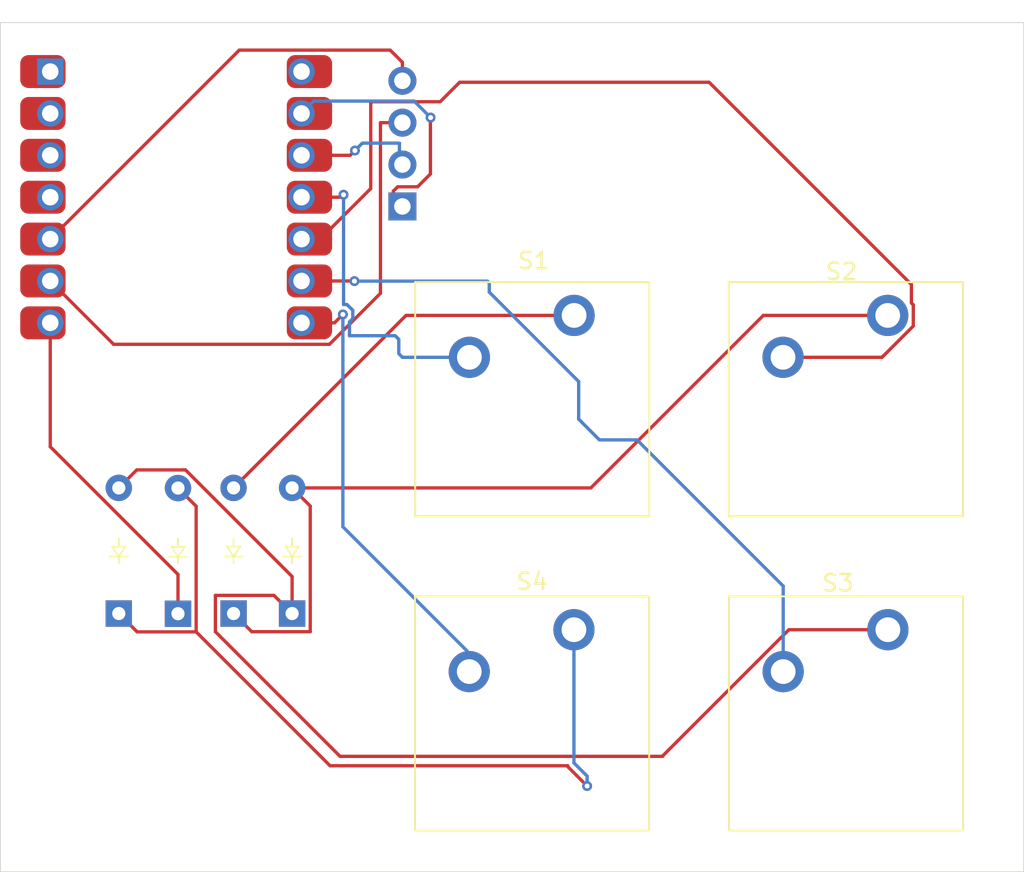
<source format=kicad_pcb>
(kicad_pcb (version 20241229) (generator "pcbnew") (generator_version "9.0")
  (layers (0 "F.Cu" signal) (2 "B.Cu" signal) (13 "F.Paste" user) (15 "B.Paste" user) (5 "F.SilkS" user "F.Silkscreen") (7 "B.SilkS" user "B.Silkscreen") (1 "F.Mask" user) (3 "B.Mask" user) (25 "Edge.Cuts" user))
  (net 0 "")
  (net 1 "Net-(D1-K)")
  (net 2 "Net-(D1-A)")
  (net 3 "Net-(D2-K)")
  (net 4 "Net-(D3-K)")
  (net 5 "Net-(D4-K)")
  (net 6 "Net-(J1-VCC)")
  (net 7 "GND")
  (net 8 "Net-(J1-SCL)")
  (net 9 "Net-(J1-SDA)")
  (net 10 "Net-(U2-PA6_A10_D10_MOSI)")
  (net 11 "Net-(U2-PA5_A9_D9_MISO)")
  (net 12 "Net-(U2-PA7_A8_D8_SCK)")
  (net 13 "Net-(U2-PB09_A7_D7_RX)")
  (footprint "ScottoKeebs_MCU:Seeed_XIAO_RP2040" (layer "F.Cu") (at 142.3525 56.65)
    (property "Reference" "U2" (hide yes))
    (property "Value" "MCU_Seeed_XIAO_RP2040")
    (pad "1" smd roundrect (at -8.065 -7.62) (size 2.75 2) (layers "F.Cu" "F.Mask" "F.Paste"))
    (pad "1" thru_hole rect (at -7.62 -7.62 90) (size 1.6 1.6) (drill 1) (layers "*.Cu" "*.Mask"))
    (pad "2" smd roundrect (at -8.065 -5.08) (size 2.75 2) (layers "F.Cu" "F.Mask" "F.Paste"))
    (pad "2" thru_hole circle (at -7.62 -5.08 90) (size 1.6 1.6) (drill 1) (layers "*.Cu" "*.Mask"))
    (pad "3" smd roundrect (at -8.065 -2.54) (size 2.75 2) (layers "F.Cu" "F.Mask" "F.Paste"))
    (pad "3" thru_hole circle (at -7.62 -2.54 90) (size 1.6 1.6) (drill 1) (layers "*.Cu" "*.Mask"))
    (pad "4" smd roundrect (at -8.065 0) (size 2.75 2) (layers "F.Cu" "F.Mask" "F.Paste"))
    (pad "4" thru_hole circle (at -7.62 0 90) (size 1.6 1.6) (drill 1) (layers "*.Cu" "*.Mask"))
    (pad "5" smd roundrect (at -8.065 2.54) (size 2.75 2) (layers "F.Cu" "F.Mask" "F.Paste") (net 9 "Net-(J1-SDA)"))
    (pad "5" thru_hole circle (at -7.62 2.54 90) (size 1.6 1.6) (drill 1) (layers "*.Cu" "*.Mask") (net 9 "Net-(J1-SDA)"))
    (pad "6" smd roundrect (at -8.065 5.08) (size 2.75 2) (layers "F.Cu" "F.Mask" "F.Paste") (net 8 "Net-(J1-SCL)"))
    (pad "6" thru_hole circle (at -7.62 5.08 90) (size 1.6 1.6) (drill 1) (layers "*.Cu" "*.Mask") (net 8 "Net-(J1-SCL)"))
    (pad "7" smd roundrect (at -8.065 7.62) (size 2.75 2) (layers "F.Cu" "F.Mask" "F.Paste") (net 5 "Net-(D4-K)"))
    (pad "7" thru_hole circle (at -7.62 7.62 90) (size 1.6 1.6) (drill 1) (layers "*.Cu" "*.Mask") (net 5 "Net-(D4-K)"))
    (pad "8" thru_hole circle (at 7.62 7.62 90) (size 1.6 1.6) (drill 1) (layers "*.Cu" "*.Mask") (net 13 "Net-(U2-PB09_A7_D7_RX)"))
    (pad "8" smd roundrect (at 8.1 7.62) (size 2.75 2) (layers "F.Cu" "F.Mask" "F.Paste") (net 13 "Net-(U2-PB09_A7_D7_RX)"))
    (pad "9" thru_hole circle (at 7.62 5.08 90) (size 1.6 1.6) (drill 1) (layers "*.Cu" "*.Mask") (net 12 "Net-(U2-PA7_A8_D8_SCK)"))
    (pad "9" smd roundrect (at 8.1 5.08) (size 2.75 2) (layers "F.Cu" "F.Mask" "F.Paste") (net 12 "Net-(U2-PA7_A8_D8_SCK)"))
    (pad "10" thru_hole circle (at 7.62 2.54 90) (size 1.6 1.6) (drill 1) (layers "*.Cu" "*.Mask") (net 11 "Net-(U2-PA5_A9_D9_MISO)"))
    (pad "10" smd roundrect (at 8.1 2.54) (size 2.75 2) (layers "F.Cu" "F.Mask" "F.Paste") (net 11 "Net-(U2-PA5_A9_D9_MISO)"))
    (pad "11" thru_hole circle (at 7.62 0 90) (size 1.6 1.6) (drill 1) (layers "*.Cu" "*.Mask") (net 10 "Net-(U2-PA6_A10_D10_MOSI)"))
    (pad "11" smd roundrect (at 8.1 0) (size 2.75 2) (layers "F.Cu" "F.Mask" "F.Paste") (net 10 "Net-(U2-PA6_A10_D10_MOSI)"))
    (pad "12" thru_hole circle (at 7.62 -2.54 90) (size 1.6 1.6) (drill 1) (layers "*.Cu" "*.Mask") (net 6 "Net-(J1-VCC)"))
    (pad "12" smd roundrect (at 8.1 -2.54) (size 2.75 2) (layers "F.Cu" "F.Mask" "F.Paste") (net 6 "Net-(J1-VCC)"))
    (pad "13" thru_hole circle (at 7.62 -5.08 90) (size 1.6 1.6) (drill 1) (layers "*.Cu" "*.Mask") (net 7 "GND"))
    (pad "13" smd roundrect (at 8.1 -5.08) (size 2.75 2) (layers "F.Cu" "F.Mask" "F.Paste") (net 7 "GND"))
    (pad "14" thru_hole circle (at 7.62 -7.62 90) (size 1.6 1.6) (drill 1) (layers "*.Cu" "*.Mask"))
    (pad "14" smd roundrect (at 8.1 -7.62) (size 2.75 2) (layers "F.Cu" "F.Mask" "F.Paste"))
  )
  (footprint "ScottoKeebs_Components:Diode_DO-35" (layer "F.Cu") (at 145.85 81.9 90)
    (property "Reference" "D1" (hide yes))
    (property "Value" "~" (hide yes))
    (fp_line (start 3.46 -0.55) (end 3.46 0.55) (stroke (width 0.1)) (layer "F.SilkS"))
    (fp_line (start 4.06 -0.4) (end 4.06 0.4) (stroke (width 0.1)) (layer "F.SilkS"))
    (fp_line (start 4.06 0) (end 4.56 0) (stroke (width 0.1)) (layer "F.SilkS"))
    (fp_line (start 3.46 0) (end 4.06 -0.4) (stroke (width 0.1)) (layer "F.SilkS"))
    (fp_line (start 3.06 0) (end 3.46 0) (stroke (width 0.1)) (layer "F.SilkS"))
    (fp_line (start 4.06 0.4) (end 3.46 0) (stroke (width 0.1)) (layer "F.SilkS"))
    (pad "1" thru_hole rect (at 0 0 90) (size 1.6 1.6) (drill 0.8) (layers "*.Cu" "*.Mask") (net 1 "Net-(D1-K)"))
    (pad "2" thru_hole oval (at 7.62 0 90) (size 1.6 1.6) (drill 0.8) (layers "*.Cu" "*.Mask") (net 2 "Net-(D1-A)"))
  )
  (footprint "ScottoKeebs_Components:Diode_DO-35" (layer "F.Cu") (at 149.4 81.9 90)
    (property "Reference" "D2" (hide yes))
    (property "Value" "~" (hide yes))
    (fp_line (start 3.46 -0.55) (end 3.46 0.55) (stroke (width 0.1)) (layer "F.SilkS"))
    (fp_line (start 4.06 -0.4) (end 4.06 0.4) (stroke (width 0.1)) (layer "F.SilkS"))
    (fp_line (start 4.06 0) (end 4.56 0) (stroke (width 0.1)) (layer "F.SilkS"))
    (fp_line (start 3.46 0) (end 4.06 -0.4) (stroke (width 0.1)) (layer "F.SilkS"))
    (fp_line (start 3.06 0) (end 3.46 0) (stroke (width 0.1)) (layer "F.SilkS"))
    (fp_line (start 4.06 0.4) (end 3.46 0) (stroke (width 0.1)) (layer "F.SilkS"))
    (pad "1" thru_hole rect (at 0 0 90) (size 1.6 1.6) (drill 0.8) (layers "*.Cu" "*.Mask") (net 3 "Net-(D2-K)"))
    (pad "2" thru_hole oval (at 7.62 0 90) (size 1.6 1.6) (drill 0.8) (layers "*.Cu" "*.Mask") (net 1 "Net-(D1-K)"))
  )
  (footprint "ScottoKeebs_MX:MX_PCB_1.00u" (layer "F.Cu") (at 182.983446 68.9)
    (property "Reference" "S2" (at -0.27 -7.74 0) (layer "F.SilkS"))
    (property "Value" "~")
    (fp_line (start -7.1 -7.1) (end -7.1 7.1) (stroke (width 0.12)) (layer "F.SilkS"))
    (fp_line (start -7.1 7.1) (end 7.1 7.1) (stroke (width 0.12)) (layer "F.SilkS"))
    (fp_line (start 7.1 -7.1) (end -7.1 -7.1) (stroke (width 0.12)) (layer "F.SilkS"))
    (fp_line (start 7.1 7.1) (end 7.1 -7.1) (stroke (width 0.12)) (layer "F.SilkS"))
    (pad "" np_thru_hole circle (at -5.08 0) (size 1.75 1.75) (drill 1.75) (layers "*.Cu" "*.Mask"))
    (pad "" np_thru_hole circle (at 0 0) (size 4 4) (drill 4) (layers "*.Cu" "*.Mask"))
    (pad "" np_thru_hole circle (at 5.08 0) (size 1.75 1.75) (drill 1.75) (layers "*.Cu" "*.Mask"))
    (pad "1" thru_hole circle (at -3.81 -2.54) (size 2.5 2.5) (drill 1.5) (layers "*.Cu" "*.Mask") (net 11 "Net-(U2-PA5_A9_D9_MISO)"))
    (pad "2" thru_hole circle (at 2.54 -5.08) (size 2.5 2.5) (drill 1.5) (layers "*.Cu" "*.Mask") (net 1 "Net-(D1-K)"))
  )
  (footprint "ScottoKeebs_Components:Diode_DO-35" (layer "F.Cu") (at 142.48 81.91 90)
    (property "Reference" "D4" (hide yes))
    (property "Value" "~" (hide yes))
    (fp_line (start 3.46 -0.55) (end 3.46 0.55) (stroke (width 0.1)) (layer "F.SilkS"))
    (fp_line (start 4.06 -0.4) (end 4.06 0.4) (stroke (width 0.1)) (layer "F.SilkS"))
    (fp_line (start 4.06 0) (end 4.56 0) (stroke (width 0.1)) (layer "F.SilkS"))
    (fp_line (start 3.46 0) (end 4.06 -0.4) (stroke (width 0.1)) (layer "F.SilkS"))
    (fp_line (start 3.06 0) (end 3.46 0) (stroke (width 0.1)) (layer "F.SilkS"))
    (fp_line (start 4.06 0.4) (end 3.46 0) (stroke (width 0.1)) (layer "F.SilkS"))
    (pad "1" thru_hole rect (at 0 0 90) (size 1.6 1.6) (drill 0.8) (layers "*.Cu" "*.Mask") (net 5 "Net-(D4-K)"))
    (pad "2" thru_hole oval (at 7.62 0 90) (size 1.6 1.6) (drill 0.8) (layers "*.Cu" "*.Mask") (net 4 "Net-(D3-K)"))
  )
  (footprint "ScottoKeebs_Components:OLED_128x32" (layer "F.Cu") (at 154.49 47.41)
    (property "Reference" "J1" (hide yes))
    (property "Value" "OLED_128x32")
    (pad "1" thru_hole rect (at 1.6 9.8 180) (size 1.7 1.7) (drill 1) (layers "*.Cu" "*.Mask") (net 7 "GND"))
    (pad "2" thru_hole oval (at 1.6 7.26 180) (size 1.7 1.7) (drill 1) (layers "*.Cu" "*.Mask") (net 6 "Net-(J1-VCC)"))
    (pad "3" thru_hole oval (at 1.6 4.72 180) (size 1.7 1.7) (drill 1) (layers "*.Cu" "*.Mask") (net 8 "Net-(J1-SCL)"))
    (pad "4" thru_hole oval (at 1.6 2.18 180) (size 1.7 1.7) (drill 1) (layers "*.Cu" "*.Mask") (net 9 "Net-(J1-SDA)"))
  )
  (footprint "ScottoKeebs_Components:Diode_DO-35" (layer "F.Cu") (at 138.89 81.9 90)
    (property "Reference" "D3" (hide yes))
    (property "Value" "~" (hide yes))
    (fp_line (start 3.46 -0.55) (end 3.46 0.55) (stroke (width 0.1)) (layer "F.SilkS"))
    (fp_line (start 4.06 -0.4) (end 4.06 0.4) (stroke (width 0.1)) (layer "F.SilkS"))
    (fp_line (start 4.06 0) (end 4.56 0) (stroke (width 0.1)) (layer "F.SilkS"))
    (fp_line (start 3.46 0) (end 4.06 -0.4) (stroke (width 0.1)) (layer "F.SilkS"))
    (fp_line (start 3.06 0) (end 3.46 0) (stroke (width 0.1)) (layer "F.SilkS"))
    (fp_line (start 4.06 0.4) (end 3.46 0) (stroke (width 0.1)) (layer "F.SilkS"))
    (pad "1" thru_hole rect (at 0 0 90) (size 1.6 1.6) (drill 0.8) (layers "*.Cu" "*.Mask") (net 4 "Net-(D3-K)"))
    (pad "2" thru_hole oval (at 7.62 0 90) (size 1.6 1.6) (drill 0.8) (layers "*.Cu" "*.Mask") (net 3 "Net-(D2-K)"))
  )
  (footprint "ScottoKeebs_MX:MX_PCB_1.00u" (layer "F.Cu") (at 163.953446 87.96)
    (property "Reference" "S4" (at 0 -8 0) (layer "F.SilkS"))
    (property "Value" "~")
    (fp_line (start -7.1 -7.1) (end -7.1 7.1) (stroke (width 0.12)) (layer "F.SilkS"))
    (fp_line (start -7.1 7.1) (end 7.1 7.1) (stroke (width 0.12)) (layer "F.SilkS"))
    (fp_line (start 7.1 -7.1) (end -7.1 -7.1) (stroke (width 0.12)) (layer "F.SilkS"))
    (fp_line (start 7.1 7.1) (end 7.1 -7.1) (stroke (width 0.12)) (layer "F.SilkS"))
    (pad "" np_thru_hole circle (at -5.08 0) (size 1.75 1.75) (drill 1.75) (layers "*.Cu" "*.Mask"))
    (pad "" np_thru_hole circle (at 0 0) (size 4 4) (drill 4) (layers "*.Cu" "*.Mask"))
    (pad "" np_thru_hole circle (at 5.08 0) (size 1.75 1.75) (drill 1.75) (layers "*.Cu" "*.Mask"))
    (pad "1" thru_hole circle (at -3.81 -2.54) (size 2.5 2.5) (drill 1.5) (layers "*.Cu" "*.Mask") (net 13 "Net-(U2-PB09_A7_D7_RX)"))
    (pad "2" thru_hole circle (at 2.54 -5.08) (size 2.5 2.5) (drill 1.5) (layers "*.Cu" "*.Mask") (net 4 "Net-(D3-K)"))
  )
  (footprint "ScottoKeebs_MX:MX_PCB_1.00u" (layer "F.Cu") (at 182.993446 87.96)
    (property "Reference" "S3" (at -0.49 -7.91 0) (layer "F.SilkS"))
    (property "Value" "~")
    (fp_line (start -7.1 -7.1) (end -7.1 7.1) (stroke (width 0.12)) (layer "F.SilkS"))
    (fp_line (start -7.1 7.1) (end 7.1 7.1) (stroke (width 0.12)) (layer "F.SilkS"))
    (fp_line (start 7.1 -7.1) (end -7.1 -7.1) (stroke (width 0.12)) (layer "F.SilkS"))
    (fp_line (start 7.1 7.1) (end 7.1 -7.1) (stroke (width 0.12)) (layer "F.SilkS"))
    (pad "" np_thru_hole circle (at -5.08 0) (size 1.75 1.75) (drill 1.75) (layers "*.Cu" "*.Mask"))
    (pad "" np_thru_hole circle (at 0 0) (size 4 4) (drill 4) (layers "*.Cu" "*.Mask"))
    (pad "" np_thru_hole circle (at 5.08 0) (size 1.75 1.75) (drill 1.75) (layers "*.Cu" "*.Mask"))
    (pad "1" thru_hole circle (at -3.81 -2.54) (size 2.5 2.5) (drill 1.5) (layers "*.Cu" "*.Mask") (net 12 "Net-(U2-PA7_A8_D8_SCK)"))
    (pad "2" thru_hole circle (at 2.54 -5.08) (size 2.5 2.5) (drill 1.5) (layers "*.Cu" "*.Mask") (net 3 "Net-(D2-K)"))
  )
  (footprint "ScottoKeebs_MX:MX_PCB_1.00u" (layer "F.Cu") (at 163.963446 68.9)
    (property "Reference" "S1" (at 0.09 -8.4 0) (layer "F.SilkS"))
    (property "Value" "~")
    (fp_line (start -7.1 -7.1) (end -7.1 7.1) (stroke (width 0.12)) (layer "F.SilkS"))
    (fp_line (start -7.1 7.1) (end 7.1 7.1) (stroke (width 0.12)) (layer "F.SilkS"))
    (fp_line (start 7.1 -7.1) (end -7.1 -7.1) (stroke (width 0.12)) (layer "F.SilkS"))
    (fp_line (start 7.1 7.1) (end 7.1 -7.1) (stroke (width 0.12)) (layer "F.SilkS"))
    (pad "" np_thru_hole circle (at -5.08 0) (size 1.75 1.75) (drill 1.75) (layers "*.Cu" "*.Mask"))
    (pad "" np_thru_hole circle (at 0 0) (size 4 4) (drill 4) (layers "*.Cu" "*.Mask"))
    (pad "" np_thru_hole circle (at 5.08 0) (size 1.75 1.75) (drill 1.75) (layers "*.Cu" "*.Mask"))
    (pad "1" thru_hole circle (at -3.81 -2.54) (size 2.5 2.5) (drill 1.5) (layers "*.Cu" "*.Mask") (net 10 "Net-(U2-PA6_A10_D10_MOSI)"))
    (pad "2" thru_hole circle (at 2.54 -5.08) (size 2.5 2.5) (drill 1.5) (layers "*.Cu" "*.Mask") (net 2 "Net-(D1-A)"))
  )
  (gr_rect (start 131.71 46.06) (end 193.77 97.56) (stroke (width 0.05)) (fill no) (layer "Edge.Cuts"))
  (segment (start 145.85 81.9) (end 146.951 83.001) (width 0.2) (layer "F.Cu") (net 1))
  (segment (start 149.4 74.28) (end 167.52 74.28) (width 0.2) (layer "F.Cu") (net 1))
  (segment (start 150.501 75.381) (end 149.4 74.28) (width 0.2) (layer "F.Cu") (net 1))
  (segment (start 167.52 74.28) (end 177.98 63.82) (width 0.2) (layer "F.Cu") (net 1))
  (segment (start 150.501 83.001) (end 150.501 75.381) (width 0.2) (layer "F.Cu") (net 1))
  (segment (start 177.98 63.82) (end 185.523446 63.82) (width 0.2) (layer "F.Cu") (net 1))
  (segment (start 146.951 83.001) (end 150.501 83.001) (width 0.2) (layer "F.Cu") (net 1))
  (segment (start 156.31 63.82) (end 166.503446 63.82) (width 0.2) (layer "F.Cu") (net 2))
  (segment (start 145.85 74.28) (end 156.31 63.82) (width 0.2) (layer "F.Cu") (net 2))
  (segment (start 139.981 73.189) (end 142.93605 73.189) (width 0.2) (layer "F.Cu") (net 3))
  (segment (start 149.4 79.65295) (end 149.4 81.9) (width 0.2) (layer "F.Cu") (net 3))
  (segment (start 142.93605 73.189) (end 149.4 79.65295) (width 0.2) (layer "F.Cu") (net 3))
  (segment (start 171.87 90.54) (end 179.53 82.88) (width 0.2) (layer "F.Cu") (net 3))
  (segment (start 149.4 81.9) (end 148.299 80.799) (width 0.2) (layer "F.Cu") (net 3))
  (segment (start 138.89 74.28) (end 139.981 73.189) (width 0.2) (layer "F.Cu") (net 3))
  (segment (start 144.749 83.001) (end 152.308 90.56) (width 0.2) (layer "F.Cu") (net 3))
  (segment (start 179.53 82.88) (end 185.533446 82.88) (width 0.2) (layer "F.Cu") (net 3))
  (segment (start 148.299 80.799) (end 144.749 80.799) (width 0.2) (layer "F.Cu") (net 3))
  (segment (start 171.87 90.56) (end 171.87 90.54) (width 0.2) (layer "F.Cu") (net 3))
  (segment (start 144.749 80.799) (end 144.749 83.001) (width 0.2) (layer "F.Cu") (net 3))
  (segment (start 152.308 90.56) (end 171.87 90.56) (width 0.2) (layer "F.Cu") (net 3))
  (segment (start 143.581 75.391) (end 142.48 74.29) (width 0.2) (layer "F.Cu") (net 4))
  (segment (start 143.581 83.011) (end 143.581 75.391) (width 0.2) (layer "F.Cu") (net 4))
  (segment (start 140.001 83.011) (end 143.581 83.011) (width 0.2) (layer "F.Cu") (net 4))
  (segment (start 166.12 91.186554) (end 167.293446 92.36) (width 0.2) (layer "F.Cu") (net 4))
  (segment (start 143.581 83.011) (end 151.7 91.13) (width 0.2) (layer "F.Cu") (net 4))
  (segment (start 138.89 81.9) (end 140.001 83.011) (width 0.2) (layer "F.Cu") (net 4))
  (segment (start 151.7 91.13) (end 166.12 91.13) (width 0.2) (layer "F.Cu") (net 4))
  (segment (start 166.12 91.13) (end 166.12 91.186554) (width 0.2) (layer "F.Cu") (net 4))
  (via (at 167.293446 92.36) (size 0.6) (drill 0.3) (layers "F.Cu" "B.Cu") (net 4))
  (segment (start 166.493446 90.96) (end 166.493446 82.88) (width 0.2) (layer "B.Cu") (net 4))
  (segment (start 167.293446 91.76) (end 166.493446 90.96) (width 0.2) (layer "B.Cu") (net 4))
  (segment (start 167.293446 92.36) (end 167.293446 91.76) (width 0.2) (layer "B.Cu") (net 4))
  (segment (start 134.7325 71.7825) (end 142.48 79.53) (width 0.2) (layer "F.Cu") (net 5))
  (segment (start 142.48 79.53) (end 142.48 81.91) (width 0.2) (layer "F.Cu") (net 5))
  (segment (start 134.7325 64.27) (end 134.7325 71.7825) (width 0.2) (layer "F.Cu") (net 5))
  (segment (start 152.92 54.11) (end 153.21 53.82) (width 0.2) (layer "F.Cu") (net 6))
  (segment (start 149.9725 54.11) (end 152.92 54.11) (width 0.2) (layer "F.Cu") (net 6))
  (via (at 153.21 53.82) (size 0.6) (drill 0.3) (layers "F.Cu" "B.Cu") (net 6))
  (segment (start 155.91 54.49) (end 156.09 54.67) (width 0.2) (layer "B.Cu") (net 6))
  (segment (start 153.66 53.37) (end 155.91 53.37) (width 0.2) (layer "B.Cu") (net 6))
  (segment (start 155.91 53.37) (end 155.91 54.49) (width 0.2) (layer "B.Cu") (net 6))
  (segment (start 153.21 53.82) (end 153.66 53.37) (width 0.2) (layer "B.Cu") (net 6))
  (segment (start 157.79 51.83) (end 157.79 55.24) (width 0.2) (layer "F.Cu") (net 7))
  (segment (start 155.54 56.28) (end 155.54 56.66) (width 0.2) (layer "F.Cu") (net 7))
  (segment (start 155.54 56.66) (end 156.09 57.21) (width 0.2) (layer "F.Cu") (net 7))
  (segment (start 157.01 56.02) (end 155.8 56.02) (width 0.2) (layer "F.Cu") (net 7))
  (segment (start 157.8 51.82) (end 157.79 51.83) (width 0.2) (layer "F.Cu") (net 7))
  (segment (start 157.79 55.24) (end 157.01 56.02) (width 0.2) (layer "F.Cu") (net 7))
  (segment (start 155.8 56.02) (end 155.54 56.28) (width 0.2) (layer "F.Cu") (net 7))
  (via (at 157.8 51.82) (size 0.6) (drill 0.3) (layers "F.Cu" "B.Cu") (net 7))
  (segment (start 157.8 51.82) (end 156.8 50.82) (width 0.2) (layer "B.Cu") (net 7))
  (segment (start 150.7225 50.82) (end 149.9725 51.57) (width 0.2) (layer "B.Cu") (net 7))
  (segment (start 156.8 50.82) (end 150.7225 50.82) (width 0.2) (layer "B.Cu") (net 7))
  (segment (start 138.5735 65.571) (end 151.666558 65.571) (width 0.2) (layer "F.Cu") (net 8))
  (segment (start 154.759 62.478558) (end 154.759 52.13) (width 0.2) (layer "F.Cu") (net 8))
  (segment (start 151.666558 65.571) (end 154.759 62.478558) (width 0.2) (layer "F.Cu") (net 8))
  (segment (start 134.7325 61.73) (end 138.5735 65.571) (width 0.2) (layer "F.Cu") (net 8))
  (segment (start 154.759 52.13) (end 156.09 52.13) (width 0.2) (layer "F.Cu") (net 8))
  (segment (start 155.91 51.95) (end 156.09 52.13) (width 0.2) (layer "F.Cu") (net 8))
  (segment (start 155.349 47.729) (end 156.09 48.47) (width 0.2) (layer "F.Cu") (net 9))
  (segment (start 146.1935 47.729) (end 155.349 47.729) (width 0.2) (layer "F.Cu") (net 9))
  (segment (start 134.7325 59.19) (end 146.1935 47.729) (width 0.2) (layer "F.Cu") (net 9))
  (segment (start 156.09 48.47) (end 156.09 49.278) (width 0.2) (layer "F.Cu") (net 9))
  (segment (start 152.37 56.65) (end 152.52 56.5) (width 0.2) (layer "F.Cu") (net 10))
  (segment (start 149.9725 56.65) (end 152.37 56.65) (width 0.2) (layer "F.Cu") (net 10))
  (via (at 152.52 56.5) (size 0.6) (drill 0.3) (layers "F.Cu" "B.Cu") (net 10))
  (segment (start 155.649972 65.049972) (end 155.869986 65.269986) (width 0.2) (layer "B.Cu") (net 10))
  (segment (start 155.869986 65.269986) (end 155.869986 66.130042) (width 0.2) (layer "B.Cu") (net 10))
  (segment (start 152.881 64.208943) (end 152.881 65.049972) (width 0.2) (layer "B.Cu") (net 10))
  (segment (start 153.081 64.008943) (end 152.881 64.208943) (width 0.2) (layer "B.Cu") (net 10))
  (segment (start 152.52 56.5) (end 152.52 63.159) (width 0.2) (layer "B.Cu") (net 10))
  (segment (start 152.881 65.049972) (end 155.649972 65.049972) (width 0.2) (layer "B.Cu") (net 10))
  (segment (start 155.9 66.17) (end 156.09 66.36) (width 0.2) (layer "B.Cu") (net 10))
  (segment (start 156.09 66.36) (end 160.153446 66.36) (width 0.2) (layer "B.Cu") (net 10))
  (segment (start 152.52 63.159) (end 152.728943 63.159) (width 0.2) (layer "B.Cu") (net 10))
  (segment (start 153.081 63.511057) (end 153.081 64.008943) (width 0.2) (layer "B.Cu") (net 10))
  (segment (start 152.728943 63.159) (end 153.081 63.511057) (width 0.2) (layer "B.Cu") (net 10))
  (segment (start 154.17 50.94224) (end 154.17 56.12387) (width 0.2) (layer "F.Cu") (net 11))
  (segment (start 174.692446 49.679) (end 159.561 49.679) (width 0.2) (layer "F.Cu") (net 11))
  (segment (start 159.561 49.679) (end 158.38 50.86) (width 0.2) (layer "F.Cu") (net 11))
  (segment (start 187.074446 63.177554) (end 186.961 63.064108) (width 0.2) (layer "F.Cu") (net 11))
  (segment (start 185.176892 66.36) (end 187.074446 64.462446) (width 0.2) (layer "F.Cu") (net 11))
  (segment (start 151.10387 59.19) (end 149.9725 59.19) (width 0.2) (layer "F.Cu") (net 11))
  (segment (start 187.074446 64.462446) (end 187.074446 63.177554) (width 0.2) (layer "F.Cu") (net 11))
  (segment (start 186.961 61.947554) (end 174.692446 49.679) (width 0.2) (layer "F.Cu") (net 11))
  (segment (start 186.961 63.064108) (end 186.961 61.947554) (width 0.2) (layer "F.Cu") (net 11))
  (segment (start 154.17 56.12387) (end 151.10387 59.19) (width 0.2) (layer "F.Cu") (net 11))
  (segment (start 179.173446 66.36) (end 185.176892 66.36) (width 0.2) (layer "F.Cu") (net 11))
  (segment (start 154.25224 50.86) (end 154.17 50.94224) (width 0.2) (layer "F.Cu") (net 11))
  (segment (start 158.38 50.86) (end 154.25224 50.86) (width 0.2) (layer "F.Cu") (net 11))
  (segment (start 153.17 61.73) (end 153.18 61.74) (width 0.2) (layer "F.Cu") (net 12))
  (segment (start 149.9725 61.73) (end 153.17 61.73) (width 0.2) (layer "F.Cu") (net 12))
  (via (at 153.18 61.74) (size 0.6) (drill 0.3) (layers "F.Cu" "B.Cu") (net 12))
  (segment (start 161.244816 61.74) (end 161.358262 61.853446) (width 0.2) (layer "B.Cu") (net 12))
  (segment (start 166.78 67.83) (end 166.78 70.11) (width 0.2) (layer "B.Cu") (net 12))
  (segment (start 153.18 61.74) (end 161.244816 61.74) (width 0.2) (layer "B.Cu") (net 12))
  (segment (start 166.78 70.11) (end 168.04 71.37) (width 0.2) (layer "B.Cu") (net 12))
  (segment (start 170.32 71.37) (end 179.183446 80.233446) (width 0.2) (layer "B.Cu") (net 12))
  (segment (start 168.04 71.37) (end 170.32 71.37) (width 0.2) (layer "B.Cu") (net 12))
  (segment (start 179.183446 80.233446) (end 179.183446 85.42) (width 0.2) (layer "B.Cu") (net 12))
  (segment (start 161.358262 61.853446) (end 161.358262 62.408262) (width 0.2) (layer "B.Cu") (net 12))
  (segment (start 161.358262 62.408262) (end 166.78 67.83) (width 0.2) (layer "B.Cu") (net 12))
  (segment (start 150.4525 64.27) (end 151.97 64.27) (width 0.2) (layer "F.Cu") (net 13))
  (segment (start 151.97 64.27) (end 152.48 63.76) (width 0.2) (layer "F.Cu") (net 13))
  (via (at 152.48 63.76) (size 0.6) (drill 0.3) (layers "F.Cu" "B.Cu") (net 13))
  (segment (start 152.48 63.76) (end 152.48 76.64) (width 0.2) (layer "B.Cu") (net 13))
  (segment (start 152.48 76.64) (end 160.03 84.19) (width 0.2) (layer "B.Cu") (net 13))
)
</source>
